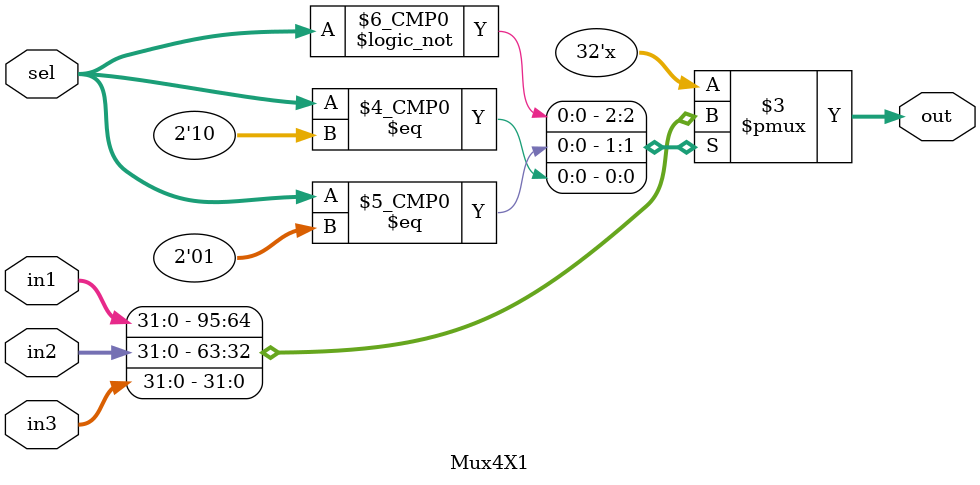
<source format=v>
`timescale 1ns / 1ps


module Mux4X1(
  input [1:0] sel,
  input [31:0] in1,
  input [31:0] in2,
  input [31:0] in3,
  output reg [31:0] out
);
  always @(*)
  begin
    case (sel)
      2'b00: out = in1;
      2'b01: out = in2;
      2'b10: out = in3; 
    endcase
  end
endmodule


</source>
